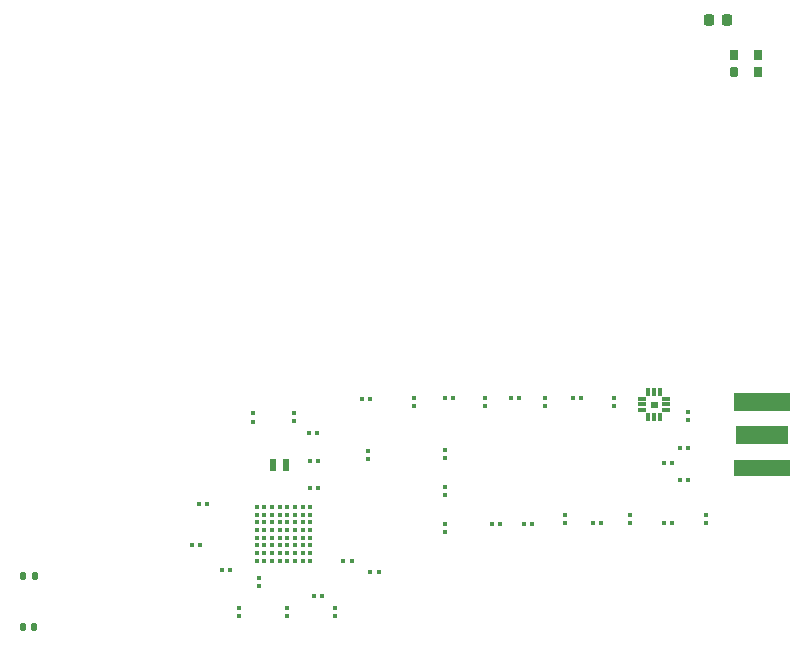
<source format=gbr>
%TF.GenerationSoftware,KiCad,Pcbnew,6.0.9-8da3e8f707~117~ubuntu22.04.1*%
%TF.CreationDate,2022-12-19T03:44:25-03:00*%
%TF.ProjectId,kiproject,6b697072-6f6a-4656-9374-2e6b69636164,rev?*%
%TF.SameCoordinates,Original*%
%TF.FileFunction,Paste,Top*%
%TF.FilePolarity,Positive*%
%FSLAX46Y46*%
G04 Gerber Fmt 4.6, Leading zero omitted, Abs format (unit mm)*
G04 Created by KiCad (PCBNEW 6.0.9-8da3e8f707~117~ubuntu22.04.1) date 2022-12-19 03:44:25*
%MOMM*%
%LPD*%
G01*
G04 APERTURE LIST*
G04 Aperture macros list*
%AMRoundRect*
0 Rectangle with rounded corners*
0 $1 Rounding radius*
0 $2 $3 $4 $5 $6 $7 $8 $9 X,Y pos of 4 corners*
0 Add a 4 corners polygon primitive as box body*
4,1,4,$2,$3,$4,$5,$6,$7,$8,$9,$2,$3,0*
0 Add four circle primitives for the rounded corners*
1,1,$1+$1,$2,$3*
1,1,$1+$1,$4,$5*
1,1,$1+$1,$6,$7*
1,1,$1+$1,$8,$9*
0 Add four rect primitives between the rounded corners*
20,1,$1+$1,$2,$3,$4,$5,0*
20,1,$1+$1,$4,$5,$6,$7,0*
20,1,$1+$1,$6,$7,$8,$9,0*
20,1,$1+$1,$8,$9,$2,$3,0*%
G04 Aperture macros list end*
%ADD10C,0.010000*%
%ADD11RoundRect,0.225000X0.225000X0.250000X-0.225000X0.250000X-0.225000X-0.250000X0.225000X-0.250000X0*%
%ADD12RoundRect,0.079500X0.079500X0.100500X-0.079500X0.100500X-0.079500X-0.100500X0.079500X-0.100500X0*%
%ADD13RoundRect,0.079500X-0.079500X-0.100500X0.079500X-0.100500X0.079500X0.100500X-0.079500X0.100500X0*%
%ADD14RoundRect,0.079500X0.100500X-0.079500X0.100500X0.079500X-0.100500X0.079500X-0.100500X-0.079500X0*%
%ADD15RoundRect,0.140000X0.140000X0.170000X-0.140000X0.170000X-0.140000X-0.170000X0.140000X-0.170000X0*%
%ADD16C,0.365760*%
%ADD17RoundRect,0.180000X0.200000X0.250000X-0.200000X0.250000X-0.200000X-0.250000X0.200000X-0.250000X0*%
%ADD18RoundRect,0.170000X0.200000X0.250000X-0.200000X0.250000X-0.200000X-0.250000X0.200000X-0.250000X0*%
%ADD19RoundRect,0.079500X-0.100500X0.079500X-0.100500X-0.079500X0.100500X-0.079500X0.100500X0.079500X0*%
%ADD20R,0.500000X1.000000*%
%ADD21RoundRect,0.140000X-0.140000X-0.170000X0.140000X-0.170000X0.140000X0.170000X-0.140000X0.170000X0*%
%ADD22RoundRect,0.006600X-0.308400X-0.103400X0.308400X-0.103400X0.308400X0.103400X-0.308400X0.103400X0*%
%ADD23RoundRect,0.017600X-0.092400X-0.297400X0.092400X-0.297400X0.092400X0.297400X-0.092400X0.297400X0*%
%ADD24R,4.400000X1.500000*%
%ADD25R,4.700000X1.350000*%
%ADD26R,4.700000X1.500000*%
G04 APERTURE END LIST*
%TO.C,U3*%
G36*
X105190000Y-72640000D02*
G01*
X104710000Y-72640000D01*
X104710000Y-72160000D01*
X105190000Y-72160000D01*
X105190000Y-72640000D01*
G37*
D10*
X105190000Y-72640000D02*
X104710000Y-72640000D01*
X104710000Y-72160000D01*
X105190000Y-72160000D01*
X105190000Y-72640000D01*
%TD*%
D11*
%TO.C,C31*%
X111163400Y-39878000D03*
X109613400Y-39878000D03*
%TD*%
D12*
%TO.C,L3*%
X92855000Y-71875000D03*
X93545000Y-71875000D03*
%TD*%
D13*
%TO.C,C9*%
X76849800Y-88595200D03*
X76159800Y-88595200D03*
%TD*%
D14*
%TO.C,C30*%
X70967600Y-73162600D03*
X70967600Y-73852600D03*
%TD*%
D13*
%TO.C,C6*%
X75755000Y-74800000D03*
X76445000Y-74800000D03*
%TD*%
D15*
%TO.C,R1*%
X52448400Y-91236800D03*
X51488400Y-91236800D03*
%TD*%
D16*
%TO.C,U4*%
X71301100Y-81082800D03*
X71951100Y-81082800D03*
X72601100Y-81082800D03*
X73251100Y-81082800D03*
X73901100Y-81082800D03*
X74551100Y-81082800D03*
X75201100Y-81082800D03*
X75851100Y-81082800D03*
X71301100Y-81732800D03*
X71951100Y-81732800D03*
X72601100Y-81732800D03*
X73251100Y-81732800D03*
X73901100Y-81732800D03*
X74551100Y-81732800D03*
X75201100Y-81732800D03*
X75851100Y-81732800D03*
X71301100Y-82382800D03*
X71951100Y-82382800D03*
X72601100Y-82382800D03*
X73251100Y-82382800D03*
X73901100Y-82382800D03*
X74551100Y-82382800D03*
X75201100Y-82382800D03*
X75851100Y-82382800D03*
X71301100Y-83032800D03*
X71951100Y-83032800D03*
X72601100Y-83032800D03*
X73251100Y-83032800D03*
X73901100Y-83032800D03*
X74551100Y-83032800D03*
X75201100Y-83032800D03*
X75851100Y-83032800D03*
X71301100Y-83682800D03*
X71951100Y-83682800D03*
X72601100Y-83682800D03*
X73251100Y-83682800D03*
X73901100Y-83682800D03*
X74551100Y-83682800D03*
X75201100Y-83682800D03*
X75851100Y-83682800D03*
X71301100Y-84332800D03*
X71951100Y-84332800D03*
X72601100Y-84332800D03*
X73251100Y-84332800D03*
X73901100Y-84332800D03*
X74551100Y-84332800D03*
X75201100Y-84332800D03*
X75851100Y-84332800D03*
X71301100Y-84982800D03*
X71951100Y-84982800D03*
X72601100Y-84982800D03*
X73251100Y-84982800D03*
X73901100Y-84982800D03*
X74551100Y-84982800D03*
X75201100Y-84982800D03*
X75851100Y-84982800D03*
X71301100Y-85632800D03*
X71951100Y-85632800D03*
X72601100Y-85632800D03*
X73251100Y-85632800D03*
X73901100Y-85632800D03*
X74551100Y-85632800D03*
X75201100Y-85632800D03*
X75851100Y-85632800D03*
%TD*%
D12*
%TO.C,C5*%
X66406200Y-80822800D03*
X67096200Y-80822800D03*
%TD*%
D13*
%TO.C,C15*%
X105780000Y-77325000D03*
X106470000Y-77325000D03*
%TD*%
D12*
%TO.C,C8*%
X69077400Y-86410800D03*
X68387400Y-86410800D03*
%TD*%
%TO.C,L4*%
X100495000Y-82425000D03*
X99805000Y-82425000D03*
%TD*%
D13*
%TO.C,C2*%
X75830000Y-79500000D03*
X76520000Y-79500000D03*
%TD*%
D12*
%TO.C,C19*%
X107820000Y-76100000D03*
X107130000Y-76100000D03*
%TD*%
D17*
%TO.C,XC1*%
X113750200Y-42809000D03*
X111700201Y-42809000D03*
D18*
X111700201Y-44259000D03*
D17*
X113750200Y-44259000D03*
%TD*%
D14*
%TO.C,C21*%
X102950000Y-81780000D03*
X102950000Y-82470000D03*
%TD*%
D19*
%TO.C,C11*%
X73914000Y-90311800D03*
X73914000Y-89621800D03*
%TD*%
D14*
%TO.C,C29*%
X74472800Y-73801800D03*
X74472800Y-73111800D03*
%TD*%
D12*
%TO.C,L1*%
X98055000Y-71875000D03*
X98745000Y-71875000D03*
%TD*%
D19*
%TO.C,C20*%
X95700000Y-72545000D03*
X95700000Y-71855000D03*
%TD*%
D20*
%TO.C,Y1*%
X73752800Y-77520800D03*
X72652800Y-77520800D03*
%TD*%
D12*
%TO.C,C24*%
X87255000Y-71875000D03*
X87945000Y-71875000D03*
%TD*%
%TO.C,L9*%
X80945000Y-71925000D03*
X80255000Y-71925000D03*
%TD*%
D21*
%TO.C,R2*%
X51539200Y-86918800D03*
X52499200Y-86918800D03*
%TD*%
D19*
%TO.C,C12*%
X77927200Y-90311800D03*
X77927200Y-89621800D03*
%TD*%
D14*
%TO.C,C27*%
X80700000Y-76995000D03*
X80700000Y-76305000D03*
%TD*%
D19*
%TO.C,C22*%
X90625000Y-72545000D03*
X90625000Y-71855000D03*
%TD*%
%TO.C,C28*%
X87275000Y-82480000D03*
X87275000Y-83170000D03*
%TD*%
%TO.C,C18*%
X107800000Y-73005000D03*
X107800000Y-73695000D03*
%TD*%
D13*
%TO.C,C13*%
X79345000Y-85625000D03*
X78655000Y-85625000D03*
%TD*%
D12*
%TO.C,L5*%
X107130000Y-78775000D03*
X107820000Y-78775000D03*
%TD*%
%TO.C,C1*%
X81625000Y-86614000D03*
X80935000Y-86614000D03*
%TD*%
%TO.C,L6*%
X94645000Y-82480000D03*
X93955000Y-82480000D03*
%TD*%
D19*
%TO.C,C7*%
X71526400Y-87771800D03*
X71526400Y-87081800D03*
%TD*%
%TO.C,L7*%
X87275000Y-76940000D03*
X87275000Y-76250000D03*
%TD*%
%TO.C,L8*%
X87275000Y-79380000D03*
X87275000Y-80070000D03*
%TD*%
%TO.C,C16*%
X101525000Y-72545000D03*
X101525000Y-71855000D03*
%TD*%
D13*
%TO.C,C4*%
X75805000Y-77200000D03*
X76495000Y-77200000D03*
%TD*%
D14*
%TO.C,C17*%
X109325000Y-82470000D03*
X109325000Y-81780000D03*
%TD*%
D22*
%TO.C,U3*%
X103910000Y-71900000D03*
X103910000Y-72400000D03*
X103910000Y-72900000D03*
D23*
X104450000Y-73440000D03*
X104950000Y-73440000D03*
X105450000Y-73440000D03*
D22*
X105990000Y-72900000D03*
X105990000Y-72400000D03*
X105990000Y-71900000D03*
D23*
X105450000Y-71360000D03*
X104950000Y-71360000D03*
X104450000Y-71360000D03*
%TD*%
D14*
%TO.C,C23*%
X97450000Y-82470000D03*
X97450000Y-81780000D03*
%TD*%
D12*
%TO.C,C26*%
X91230000Y-82500000D03*
X91920000Y-82500000D03*
%TD*%
%TO.C,L2*%
X106445000Y-82425000D03*
X105755000Y-82425000D03*
%TD*%
D13*
%TO.C,C3*%
X66486600Y-84328000D03*
X65796600Y-84328000D03*
%TD*%
D24*
%TO.C,J1*%
X114053300Y-74980800D03*
D25*
X114076300Y-77805800D03*
D26*
X114076300Y-72155800D03*
%TD*%
D19*
%TO.C,C10*%
X69850000Y-90311800D03*
X69850000Y-89621800D03*
%TD*%
%TO.C,C25*%
X84625000Y-71855000D03*
X84625000Y-72545000D03*
%TD*%
M02*

</source>
